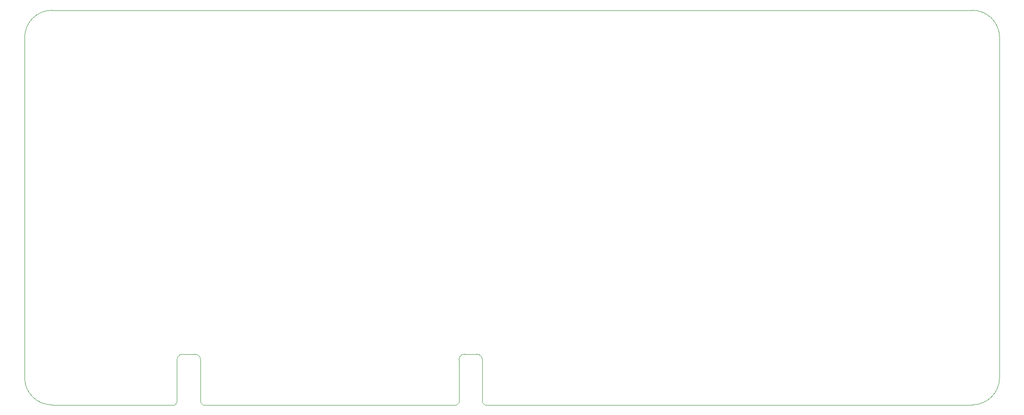
<source format=gm1>
%TF.GenerationSoftware,KiCad,Pcbnew,8.0.7*%
%TF.CreationDate,2025-04-27T19:18:59+02:00*%
%TF.ProjectId,GPIO 32bit Board,4750494f-2033-4326-9269-7420426f6172,Pico GPIO Wide*%
%TF.SameCoordinates,Original*%
%TF.FileFunction,Profile,NP*%
%FSLAX46Y46*%
G04 Gerber Fmt 4.6, Leading zero omitted, Abs format (unit mm)*
G04 Created by KiCad (PCBNEW 8.0.7) date 2025-04-27 19:18:59*
%MOMM*%
%LPD*%
G01*
G04 APERTURE LIST*
%TA.AperFunction,Profile*%
%ADD10C,0.100000*%
%TD*%
G04 APERTURE END LIST*
D10*
X1270000Y55880000D02*
X172720000Y55880000D01*
X177800000Y-12700000D02*
G75*
G02*
X172720000Y-17780000I-5080000J0D01*
G01*
X1270000Y-17780000D02*
G75*
G02*
X-3810000Y-12700000I2J5080002D01*
G01*
X-3810000Y50800000D02*
G75*
G02*
X1270000Y55880000I5080002J-2D01*
G01*
X81968047Y-17780000D02*
X172720000Y-17780000D01*
X177800000Y-12700000D02*
X177800000Y50800000D01*
X-3810000Y-12700000D02*
X-3810000Y50800000D01*
X172720000Y55880000D02*
G75*
G02*
X177800000Y50800000I0J-5080000D01*
G01*
X1270000Y-17780000D02*
X24068952Y-17780000D01*
%TO.C,J2*%
X80391048Y-8313201D02*
G75*
G02*
X81468099Y-9380000I5152J-1071899D01*
G01*
X77081048Y-9380000D02*
G75*
G02*
X78158096Y-8313248I1071852J-5100D01*
G01*
X27879000Y-8313201D02*
G75*
G02*
X28956049Y-9380000I5130J-1071919D01*
G01*
X24569000Y-9380000D02*
G75*
G02*
X25646048Y-8313201I1071932J-5133D01*
G01*
X81468096Y-17280000D02*
X81968096Y-17780000D01*
X81468096Y-9380000D02*
X81468096Y-17280000D01*
X78158096Y-8313201D02*
X80391048Y-8313201D01*
X77081048Y-17280000D02*
X76581048Y-17780000D01*
X77081048Y-9380000D02*
X77081048Y-17280000D01*
X76581048Y-17780000D02*
X29456048Y-17780000D01*
X28956048Y-17280000D02*
X29456048Y-17780000D01*
X28956048Y-9380000D02*
X28956048Y-17280000D01*
X25646048Y-8313201D02*
X27879000Y-8313201D01*
X24569000Y-17280000D02*
X24069000Y-17780000D01*
X24569000Y-9380000D02*
X24569000Y-17280000D01*
%TD*%
M02*

</source>
